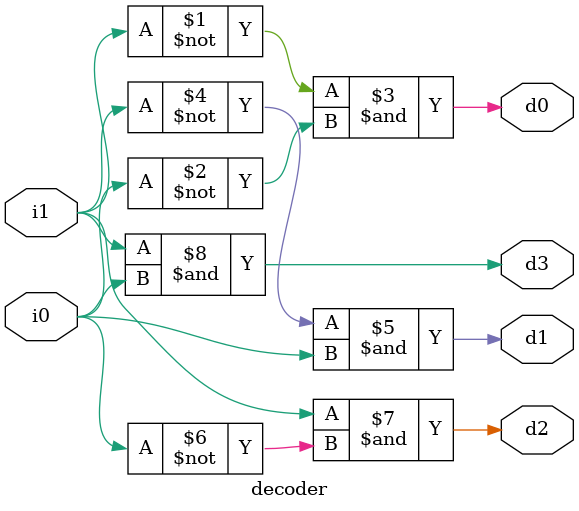
<source format=v>


`timescale 1ns/10ps

module decoder (
    i0,
    i1,
    d0,
    d1,
    d2,
    d3
);


input [0:0] i0;
input [0:0] i1;
output [0:0] d0;
wire [0:0] d0;
output [0:0] d1;
wire [0:0] d1;
output [0:0] d2;
wire [0:0] d2;
output [0:0] d3;
wire [0:0] d3;





assign d0 = ((~i1) & (~i0));
assign d1 = ((~i1) & i0);
assign d2 = (i1 & (~i0));
assign d3 = (i1 & i0);

endmodule

</source>
